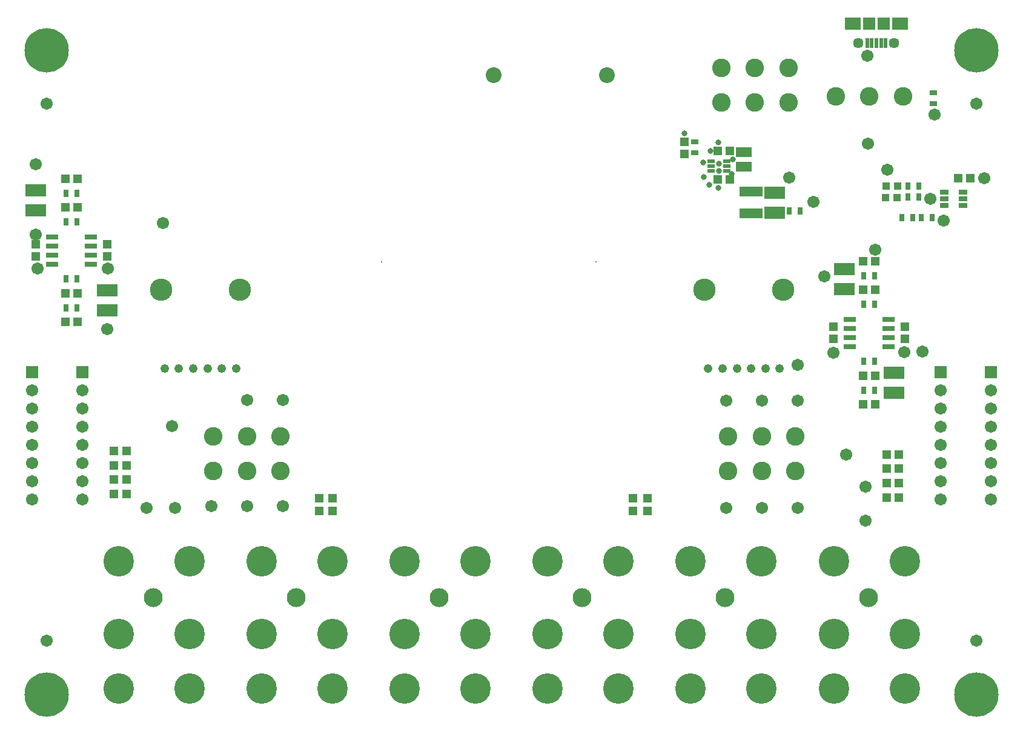
<source format=gts>
G04 Layer_Color=8388736*
%FSLAX43Y43*%
%MOMM*%
G71*
G01*
G75*
%ADD49R,1.303X1.203*%
%ADD50R,1.203X1.303*%
%ADD51R,0.803X1.103*%
%ADD52R,2.203X1.403*%
%ADD53R,2.903X1.803*%
%ADD54R,1.103X0.803*%
%ADD55R,1.003X1.003*%
%ADD56R,3.203X1.403*%
%ADD57R,1.010X0.510*%
%ADD58R,1.690X0.740*%
%ADD59R,0.500X1.450*%
%ADD60R,1.703X1.753*%
%ADD61R,1.253X0.803*%
%ADD62R,2.203X1.803*%
%ADD63C,2.600*%
%ADD64C,1.230*%
%ADD65C,3.120*%
%ADD66C,6.203*%
%ADD67C,1.703*%
%ADD68C,0.203*%
%ADD69C,2.203*%
%ADD70C,1.453*%
%ADD71C,1.753*%
%ADD72C,1.650*%
%ADD73R,1.703X1.703*%
%ADD74C,4.266*%
%ADD75C,2.640*%
%ADD76C,0.813*%
%ADD77C,0.804*%
D49*
X122450Y38500D02*
D03*
X124150D02*
D03*
X122450Y36500D02*
D03*
X124150D02*
D03*
X122450Y34500D02*
D03*
X124150D02*
D03*
X122450Y32500D02*
D03*
X124150D02*
D03*
X16150Y33000D02*
D03*
X14450D02*
D03*
X16150Y35000D02*
D03*
X14450D02*
D03*
X16150Y37000D02*
D03*
X14450D02*
D03*
X16150Y39000D02*
D03*
X14450D02*
D03*
X9350Y57000D02*
D03*
X7650D02*
D03*
X9350Y61000D02*
D03*
X7650D02*
D03*
X7650Y73000D02*
D03*
X9350D02*
D03*
X7650Y77000D02*
D03*
X9350D02*
D03*
X134150Y77100D02*
D03*
X132450D02*
D03*
X98850Y80900D02*
D03*
X100550D02*
D03*
X98850Y76900D02*
D03*
X100550D02*
D03*
X119150Y65500D02*
D03*
X120850D02*
D03*
X119150Y61500D02*
D03*
X120850D02*
D03*
X120850Y45500D02*
D03*
X119150D02*
D03*
X120850Y49500D02*
D03*
X119150D02*
D03*
D50*
X125000Y54650D02*
D03*
Y56350D02*
D03*
X87000Y32350D02*
D03*
Y30650D02*
D03*
X89000Y32350D02*
D03*
Y30650D02*
D03*
X13500Y66150D02*
D03*
Y67850D02*
D03*
X43100Y32350D02*
D03*
Y30650D02*
D03*
X45000Y32350D02*
D03*
Y30650D02*
D03*
X115000Y54650D02*
D03*
Y56350D02*
D03*
X3500Y66150D02*
D03*
Y67850D02*
D03*
X94200Y82150D02*
D03*
Y80450D02*
D03*
D51*
X125450Y76000D02*
D03*
X126950D02*
D03*
Y74500D02*
D03*
X125450D02*
D03*
X9250Y59000D02*
D03*
X7750D02*
D03*
Y63000D02*
D03*
X9250D02*
D03*
Y71000D02*
D03*
X7750D02*
D03*
Y75000D02*
D03*
X9250D02*
D03*
X126050Y71600D02*
D03*
X124550D02*
D03*
X128800D02*
D03*
X127300D02*
D03*
X108850Y72500D02*
D03*
X110350D02*
D03*
X119250Y63500D02*
D03*
X120750D02*
D03*
Y59500D02*
D03*
X119250D02*
D03*
X120750Y47500D02*
D03*
X119250D02*
D03*
Y51500D02*
D03*
X120750D02*
D03*
D52*
X102500Y80700D02*
D03*
Y78700D02*
D03*
D53*
X13500Y58600D02*
D03*
Y61400D02*
D03*
X106800Y75100D02*
D03*
Y72300D02*
D03*
X123500Y47100D02*
D03*
Y49900D02*
D03*
X116500Y64400D02*
D03*
Y61600D02*
D03*
X3500Y75400D02*
D03*
Y72600D02*
D03*
D54*
X129000Y87500D02*
D03*
Y89000D02*
D03*
X95600Y80650D02*
D03*
Y82150D02*
D03*
D55*
X124000Y76000D02*
D03*
X122400D02*
D03*
X122300Y74400D02*
D03*
X123900D02*
D03*
D56*
X103500Y75224D02*
D03*
Y72176D02*
D03*
D57*
X100100Y79450D02*
D03*
Y78800D02*
D03*
Y78150D02*
D03*
X97900D02*
D03*
Y78800D02*
D03*
Y79450D02*
D03*
D58*
X5800Y65095D02*
D03*
Y66365D02*
D03*
Y67635D02*
D03*
Y68905D02*
D03*
X11200D02*
D03*
Y67635D02*
D03*
Y66365D02*
D03*
Y65095D02*
D03*
X117300Y53595D02*
D03*
Y54865D02*
D03*
Y56135D02*
D03*
Y57405D02*
D03*
X122700D02*
D03*
Y56135D02*
D03*
Y54865D02*
D03*
Y53595D02*
D03*
D59*
X122300Y96000D02*
D03*
X121650D02*
D03*
X121000D02*
D03*
X120350D02*
D03*
X119700D02*
D03*
D60*
X122000Y98700D02*
D03*
X120000D02*
D03*
D61*
X130450Y75150D02*
D03*
Y74200D02*
D03*
Y73250D02*
D03*
X133150Y74200D02*
D03*
Y73250D02*
D03*
Y75150D02*
D03*
D62*
X117700Y98700D02*
D03*
X124300D02*
D03*
D63*
X100300Y41000D02*
D03*
X105000D02*
D03*
X109700D02*
D03*
X100300Y36170D02*
D03*
X105000D02*
D03*
X109700D02*
D03*
X37700D02*
D03*
X33000D02*
D03*
X28300D02*
D03*
X37700Y41000D02*
D03*
X33000D02*
D03*
X28300D02*
D03*
X108700Y87700D02*
D03*
X104000D02*
D03*
X99300D02*
D03*
X108700Y92530D02*
D03*
X104000D02*
D03*
X99300D02*
D03*
X124700Y88500D02*
D03*
X120000D02*
D03*
X115300D02*
D03*
D64*
X107500Y50500D02*
D03*
X105500D02*
D03*
X103500D02*
D03*
X101500D02*
D03*
X99500D02*
D03*
X97500D02*
D03*
X31500D02*
D03*
X29500D02*
D03*
X27500D02*
D03*
X25500D02*
D03*
X23500D02*
D03*
X21500D02*
D03*
D65*
X108000Y61500D02*
D03*
X97000D02*
D03*
X32000D02*
D03*
X21000D02*
D03*
D66*
X135000Y5000D02*
D03*
Y95000D02*
D03*
X5000D02*
D03*
Y5000D02*
D03*
D67*
X135000Y87500D02*
D03*
Y12500D02*
D03*
X33000Y31300D02*
D03*
X33000Y46100D02*
D03*
X105000Y46000D02*
D03*
Y31000D02*
D03*
X5000Y87500D02*
D03*
X3500Y79000D02*
D03*
X13500Y56000D02*
D03*
X5000Y12500D02*
D03*
X19000Y31000D02*
D03*
X23000D02*
D03*
X28000Y31300D02*
D03*
X38000D02*
D03*
X38000Y46100D02*
D03*
X100000Y31000D02*
D03*
X100000Y46000D02*
D03*
X110000Y31000D02*
D03*
X119500Y34000D02*
D03*
X119499Y29300D02*
D03*
X110000Y46000D02*
D03*
X112200Y73800D02*
D03*
X119800Y81900D02*
D03*
X127400Y52900D02*
D03*
X113700Y63400D02*
D03*
X22500Y42500D02*
D03*
X10000Y32220D02*
D03*
Y34760D02*
D03*
Y37300D02*
D03*
Y39840D02*
D03*
Y42380D02*
D03*
Y44920D02*
D03*
Y47460D02*
D03*
X130000Y32220D02*
D03*
Y34760D02*
D03*
Y37300D02*
D03*
Y39840D02*
D03*
Y42380D02*
D03*
Y44920D02*
D03*
Y47460D02*
D03*
X3000Y32220D02*
D03*
Y34760D02*
D03*
Y37300D02*
D03*
Y39840D02*
D03*
Y42380D02*
D03*
Y44920D02*
D03*
Y47460D02*
D03*
X137000Y32220D02*
D03*
Y34760D02*
D03*
Y37300D02*
D03*
Y39840D02*
D03*
Y42380D02*
D03*
Y44920D02*
D03*
Y47460D02*
D03*
X128500Y74200D02*
D03*
X129100Y86000D02*
D03*
X119700Y94200D02*
D03*
X124900Y52800D02*
D03*
X115000Y52700D02*
D03*
X3700Y64500D02*
D03*
X13600D02*
D03*
X120800Y67100D02*
D03*
X3500Y69200D02*
D03*
X136100Y77100D02*
D03*
X110000Y51000D02*
D03*
X130400Y71200D02*
D03*
X116800Y38500D02*
D03*
X108800Y77200D02*
D03*
X21300Y70800D02*
D03*
X122500Y78300D02*
D03*
D68*
X81800Y65430D02*
D03*
X51800D02*
D03*
D69*
X83300Y91500D02*
D03*
X67500D02*
D03*
D70*
X123500Y96000D02*
D03*
X118500D02*
D03*
D71*
X124500Y98700D02*
D03*
D72*
X117500D02*
D03*
D73*
X10000Y50000D02*
D03*
X130000Y50000D02*
D03*
X3000Y50000D02*
D03*
X137000Y50000D02*
D03*
D74*
X124953Y5780D02*
D03*
Y13400D02*
D03*
Y23560D02*
D03*
X115047Y5780D02*
D03*
Y13400D02*
D03*
Y23560D02*
D03*
X44953Y5780D02*
D03*
Y13400D02*
D03*
Y23560D02*
D03*
X35047Y5780D02*
D03*
Y13400D02*
D03*
Y23560D02*
D03*
X104953Y5780D02*
D03*
Y13400D02*
D03*
Y23560D02*
D03*
X95047Y5780D02*
D03*
Y13400D02*
D03*
Y23560D02*
D03*
X24953Y5780D02*
D03*
Y13400D02*
D03*
Y23560D02*
D03*
X15047Y5780D02*
D03*
Y13400D02*
D03*
Y23560D02*
D03*
X64953Y5780D02*
D03*
Y13400D02*
D03*
Y23560D02*
D03*
X55047Y5780D02*
D03*
Y13400D02*
D03*
Y23560D02*
D03*
X84953Y5780D02*
D03*
Y13400D02*
D03*
Y23560D02*
D03*
X75047Y5780D02*
D03*
Y13400D02*
D03*
Y23560D02*
D03*
D75*
X119873Y18480D02*
D03*
X39873D02*
D03*
X99873D02*
D03*
X19873D02*
D03*
X59873Y18480D02*
D03*
X79873Y18480D02*
D03*
D76*
X100900Y79700D02*
D03*
X94200Y83400D02*
D03*
X97800Y80900D02*
D03*
X96800Y79300D02*
D03*
D77*
X99000Y78100D02*
D03*
Y79100D02*
D03*
X98900Y82100D02*
D03*
Y75700D02*
D03*
X97600Y76200D02*
D03*
X96900Y77300D02*
D03*
X100800Y77700D02*
D03*
M02*

</source>
